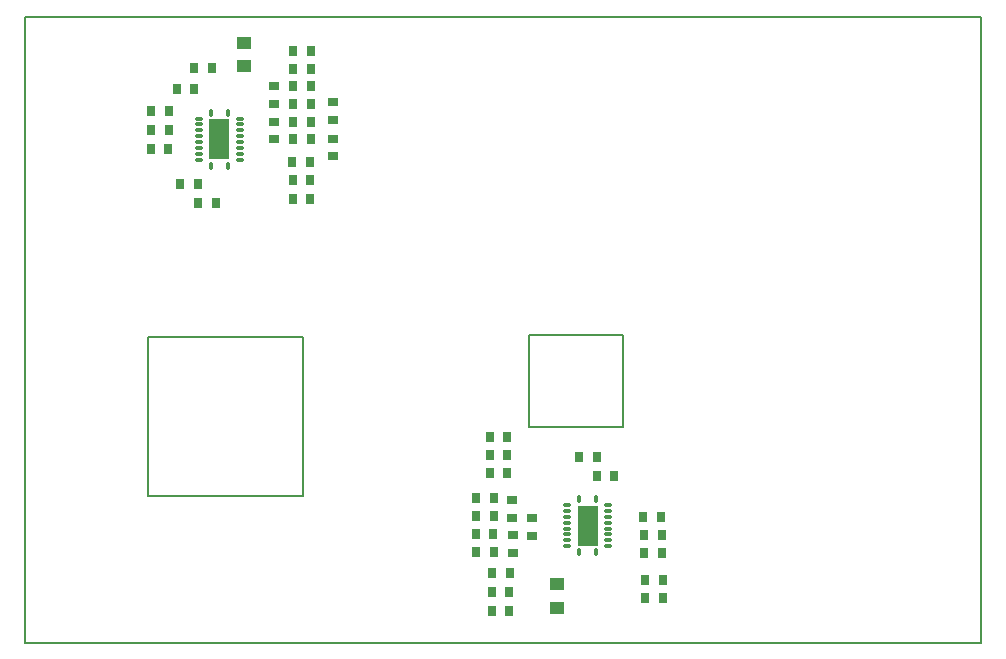
<source format=gbp>
%FSLAX25Y25*%
%MOIN*%
G70*
G01*
G75*
G04 Layer_Color=128*
%ADD10R,0.14410X0.09843*%
%ADD11R,0.14410X0.07874*%
%ADD12R,0.01969X0.06299*%
%ADD13R,0.03543X0.02126*%
%ADD14R,0.48504X0.15354*%
%ADD15R,0.09843X0.14410*%
%ADD16R,0.07874X0.14410*%
%ADD17R,0.06299X0.01969*%
%ADD18R,0.02126X0.03543*%
%ADD19R,0.10630X0.03937*%
%ADD20R,0.25590X0.07559*%
%ADD21C,0.00800*%
%ADD22R,0.49400X0.08100*%
%ADD23R,0.04800X0.94500*%
%ADD24R,0.18800X0.03900*%
%ADD25R,0.17900X0.04600*%
%ADD26R,0.19200X0.04500*%
%ADD27R,0.85300X0.11600*%
%ADD28R,0.04315X0.07664*%
%ADD29R,0.44671X0.11272*%
%ADD30R,0.44400X0.11000*%
%ADD31R,0.06900X0.15000*%
%ADD32R,0.06300X0.16900*%
%ADD33C,0.00500*%
%ADD34O,0.11811X0.09843*%
%ADD35R,0.11811X0.09843*%
%ADD36C,0.02000*%
%ADD37C,0.05000*%
%ADD38C,0.04000*%
%ADD39C,0.03000*%
%ADD40R,0.07087X0.13386*%
%ADD41O,0.01181X0.02756*%
%ADD42O,0.02756X0.01181*%
%ADD43R,0.02756X0.03347*%
%ADD44R,0.05118X0.03937*%
%ADD45R,0.03347X0.02756*%
%ADD46R,0.04800X0.92500*%
%ADD47R,0.02200X0.25827*%
%ADD48R,0.02300X0.29000*%
%ADD49C,0.01000*%
%ADD50R,0.21413X0.56000*%
%ADD51R,0.15210X0.10642*%
%ADD52R,0.15210X0.08674*%
%ADD53R,0.02769X0.07099*%
%ADD54R,0.04343X0.02926*%
%ADD55R,0.49304X0.16154*%
%ADD56R,0.10642X0.15210*%
%ADD57R,0.08674X0.15210*%
%ADD58R,0.07099X0.02769*%
%ADD59R,0.02926X0.04343*%
%ADD60R,0.11430X0.04737*%
%ADD61R,0.26391X0.08359*%
%ADD62O,0.12611X0.10642*%
%ADD63R,0.12611X0.10642*%
%ADD64R,0.07887X0.14186*%
%ADD65O,0.01981X0.03556*%
%ADD66O,0.03556X0.01981*%
%ADD67R,0.03556X0.04147*%
%ADD68R,0.05918X0.04737*%
%ADD69R,0.04147X0.03556*%
D33*
X0Y51200D02*
X318898D01*
Y-157480D02*
Y51200D01*
X0Y-157480D02*
X318898D01*
X0D02*
Y51200D01*
X41100Y-55700D02*
X92600D01*
X41100Y-108600D02*
Y-55700D01*
Y-108600D02*
X92600D01*
Y-55700D01*
X168000Y-85500D02*
X199300D01*
X168000Y-55000D02*
X199300D01*
Y-85500D02*
Y-55000D01*
X168000Y-85500D02*
Y-55000D01*
D40*
X187626Y-118494D02*
D03*
X64926Y10300D02*
D03*
D41*
X184673Y-127352D02*
D03*
X190579D02*
D03*
Y-109635D02*
D03*
X184673D02*
D03*
X67879Y19158D02*
D03*
X61973D02*
D03*
Y1442D02*
D03*
X67879D02*
D03*
D42*
X194516Y-125383D02*
D03*
Y-123415D02*
D03*
Y-121447D02*
D03*
Y-119478D02*
D03*
Y-117509D02*
D03*
Y-115541D02*
D03*
Y-113572D02*
D03*
Y-111604D02*
D03*
X180736D02*
D03*
Y-113572D02*
D03*
Y-115541D02*
D03*
Y-117509D02*
D03*
Y-119478D02*
D03*
Y-121447D02*
D03*
Y-123415D02*
D03*
Y-125383D02*
D03*
X58036Y17190D02*
D03*
Y15221D02*
D03*
Y13253D02*
D03*
Y11284D02*
D03*
Y9316D02*
D03*
Y7347D02*
D03*
Y5379D02*
D03*
Y3410D02*
D03*
X71816D02*
D03*
Y5379D02*
D03*
Y7347D02*
D03*
Y9316D02*
D03*
Y11284D02*
D03*
Y13253D02*
D03*
Y15221D02*
D03*
Y17190D02*
D03*
D43*
X196526Y-102094D02*
D03*
X190621D02*
D03*
X190631Y-95594D02*
D03*
X184726D02*
D03*
X211931Y-115494D02*
D03*
X206026D02*
D03*
X212626Y-136594D02*
D03*
X206720D02*
D03*
X212488Y-121472D02*
D03*
X206583D02*
D03*
X206821Y-142794D02*
D03*
X212726D02*
D03*
X206521Y-127594D02*
D03*
X212426D02*
D03*
X160926Y-100994D02*
D03*
X155020D02*
D03*
X155626Y-146894D02*
D03*
X161531D02*
D03*
X155626Y-140694D02*
D03*
X161531D02*
D03*
X150400Y-109300D02*
D03*
X156306D02*
D03*
X150400Y-115200D02*
D03*
X156306D02*
D03*
X160926Y-94994D02*
D03*
X155020D02*
D03*
X156226Y-121194D02*
D03*
X150320D02*
D03*
X160906Y-89100D02*
D03*
X155000D02*
D03*
X150394Y-127400D02*
D03*
X156300D02*
D03*
X155821Y-134294D02*
D03*
X161726D02*
D03*
X95326Y39600D02*
D03*
X89420D02*
D03*
X95326Y33740D02*
D03*
X89420D02*
D03*
X95326Y27880D02*
D03*
X89420D02*
D03*
X89332Y-9500D02*
D03*
X95237D02*
D03*
X95326Y10300D02*
D03*
X89420D02*
D03*
X89332Y-3200D02*
D03*
X95237D02*
D03*
X51826Y-4600D02*
D03*
X57731D02*
D03*
X50626Y27100D02*
D03*
X56532D02*
D03*
X42126Y13400D02*
D03*
X48031D02*
D03*
X89226Y2800D02*
D03*
X95131D02*
D03*
X89420Y22020D02*
D03*
X95326D02*
D03*
Y16160D02*
D03*
X89420D02*
D03*
X42020Y6900D02*
D03*
X47926D02*
D03*
X57721Y-11100D02*
D03*
X63626D02*
D03*
X56420Y34000D02*
D03*
X62326D02*
D03*
X48031Y19600D02*
D03*
X42126D02*
D03*
D44*
X177326Y-145868D02*
D03*
Y-137994D02*
D03*
X73226Y42474D02*
D03*
Y34600D02*
D03*
D45*
X169026Y-115994D02*
D03*
Y-121899D02*
D03*
X162526Y-110088D02*
D03*
Y-115994D02*
D03*
X162626Y-121588D02*
D03*
Y-127494D02*
D03*
X102600Y22600D02*
D03*
Y16694D02*
D03*
X102800Y10500D02*
D03*
Y4594D02*
D03*
X83100Y27905D02*
D03*
Y22000D02*
D03*
Y10294D02*
D03*
Y16200D02*
D03*
M02*

</source>
